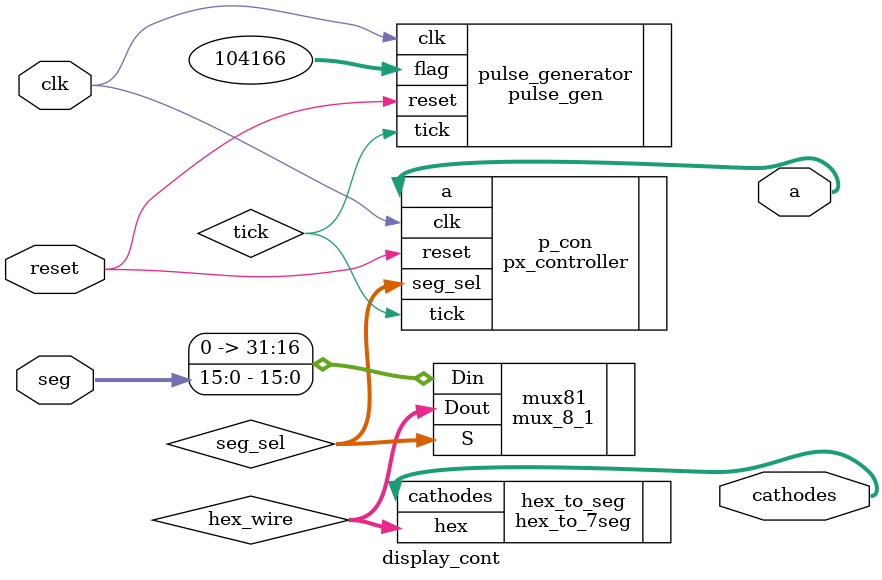
<source format=v>
`timescale 1ns / 1ps
module display_cont(
    input clk,
    input reset,
    input  [15:0] seg,
    output  [7:0] a,
    output  [6:0] cathodes
    );
     
    //******************
    // wire declaration.
    //******************
    wire       clk_wire_1;
    wire [2:0] seg_sel;
    wire [3:0] hex_wire;
    wire 		tick;
	 

	
    //******************************************************************
    // initialization of the modules and putting them together into one.
    //****************************************************************** 
    pulse_gen pulse_generator(.clk(clk),			// Input
							  .reset(reset),		// Input
							  .flag(104_166),	    // Input
							  .tick(tick)			// Output
							 );		
     
    px_controller       p_con(.clk(clk),  			// Input
                              .reset(reset),        // Input
							  .tick(tick),			// Input
                              .a(a),                // Output
                              .seg_sel(seg_sel)     // Output
							 );
  
    mux_8_1             mux81(.S(seg_sel),          // Input  
                              .Din({16'b0,seg}),    // Input  
                              .Dout(hex_wire)       // Output 
                             );
  
    hex_to_7seg    hex_to_seg( .hex(hex_wire),   	// Input
                               .cathodes(cathodes)  // Output
                             );

endmodule

</source>
